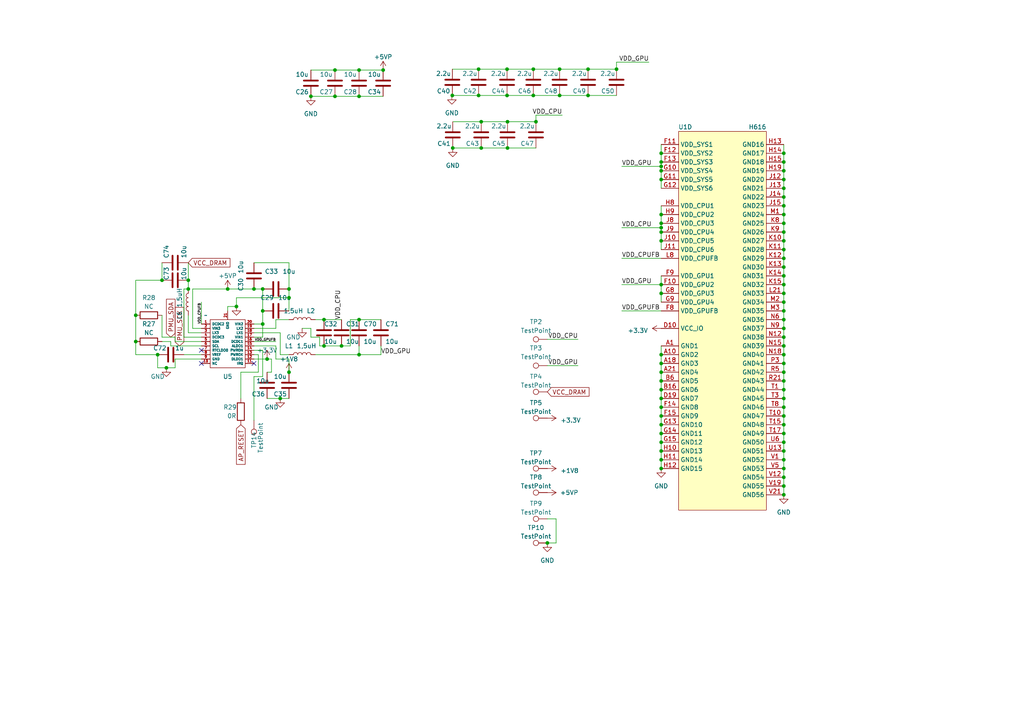
<source format=kicad_sch>
(kicad_sch (version 20230121) (generator eeschema)
  (paper "A4")
  (lib_symbols
    (symbol "AXP:AXP303a"
      (property "Reference" "U" (at 0 0 0))
      (symbol "AXP303a_1_1"
        (pin unspecified line (at -1.27 -2.54 0) (length 2.54) (name "DCDC2") (number "1"))
        (pin unspecified line (at -1.27 -13.97 0) (length 2.54) (name "NC") (number "10"))
        (pin unspecified line (at 13.97 -13.97 180) (length 2.54) (name "IRQ") (number "11"))
        (pin unspecified line (at 13.97 -12.7 180) (length 2.54) (name "DLDO1") (number "12"))
        (pin unspecified line (at 13.97 -11.43 180) (length 2.54) (name "PWROK") (number "13"))
        (pin unspecified line (at 13.97 -10.16 180) (length 2.54) (name "PWRON") (number "14"))
        (pin unspecified line (at 13.97 -8.89 180) (length 2.54) (name "ALDO1") (number "15"))
        (pin unspecified line (at 13.97 -7.62 180) (length 2.54) (name "DCDC1") (number "16"))
        (pin unspecified line (at 13.97 -6.35 180) (length 2.54) (name "VIN1") (number "17"))
        (pin unspecified line (at 13.97 -5.08 180) (length 2.54) (name "LX1") (number "18"))
        (pin unspecified line (at 13.97 -3.81 180) (length 2.54) (name "LX2") (number "19"))
        (pin unspecified line (at -1.27 -3.81 0) (length 2.54) (name "VIN3") (number "2"))
        (pin unspecified line (at 13.97 -2.54 180) (length 2.54) (name "VIN2") (number "20"))
        (pin unspecified line (at 6.35 1.27 270) (length 2.54) (name "GND") (number "21"))
        (pin unspecified line (at -1.27 -5.08 0) (length 2.54) (name "LX3") (number "3"))
        (pin unspecified line (at -1.27 -6.35 0) (length 2.54) (name "DCDC3") (number "4"))
        (pin unspecified line (at -1.27 -7.62 0) (length 2.54) (name "SDA") (number "5"))
        (pin unspecified line (at -1.27 -8.89 0) (length 2.54) (name "SCL") (number "6"))
        (pin unspecified line (at -1.27 -10.16 0) (length 2.54) (name "RTCLDO0") (number "7"))
        (pin unspecified line (at -1.27 -11.43 0) (length 2.54) (name "VREF") (number "8"))
        (pin unspecified line (at -1.27 -12.7 0) (length 2.54) (name "GND") (number "9"))
      )
    )
    (symbol "Connector:TestPoint" (pin_numbers hide) (pin_names (offset 0.762) hide)
      (property "Reference" "TP" (at 0 6.858 0))
      (property "Value" "TestPoint" (at 0 5.08 0))
      (symbol "TestPoint_1_1"
        (pin passive line (at 0 0 90) (length 2.54) (name "1") (number "1"))
      )
    )
    (symbol "Device:C" (pin_numbers hide) (pin_names (offset 0.254))
      (property "Reference" "C" (at 0.635 2.54 0))
      (property "Value" "C" (at 0.635 -2.54 0))
      (symbol "C_1_1"
        (pin passive line (at 0 3.81 270) (length 2.794) (name "~") (number "1"))
        (pin passive line (at 0 -3.81 90) (length 2.794) (name "~") (number "2"))
      )
    )
    (symbol "Device:L" (pin_numbers hide) (pin_names (offset 1.016) hide)
      (property "Reference" "L" (at -1.27 0 90))
      (property "Value" "L" (at 1.905 0 90))
      (symbol "L_1_1"
        (pin passive line (at 0 3.81 270) (length 1.27) (name "1") (number "1"))
        (pin passive line (at 0 -3.81 90) (length 1.27) (name "2") (number "2"))
      )
    )
    (symbol "Device:R" (pin_numbers hide) (pin_names (offset 0))
      (property "Reference" "R" (at 2.032 0 90))
      (property "Value" "R" (at 0 0 90))
      (symbol "R_1_1"
        (pin passive line (at 0 3.81 270) (length 1.27) (name "~") (number "1"))
        (pin passive line (at 0 -3.81 90) (length 1.27) (name "~") (number "2"))
      )
    )
    (symbol "H616_lib:H616"
      (property "Reference" "U" (at 0 0 0))
      (symbol "H616_1_1"
        (pin input line (at 20.32 -92.71 180) (length 5.08) (name "VCC_DRAM2") (number "L10"))
        (pin input line (at 20.32 -95.25 180) (length 5.08) (name "VCC_DRAM3") (number "L11"))
        (pin input line (at 20.32 -97.79 180) (length 5.08) (name "VCC_DRAM4") (number "L12"))
        (pin input line (at 20.32 -100.33 180) (length 5.08) (name "VCC_DRAM5") (number "L13"))
        (pin input line (at 20.32 -102.87 180) (length 5.08) (name "VDD18_DRAM") (number "L14"))
        (pin input line (at 20.32 -87.63 180) (length 5.08) (name "SZQ") (number "L15"))
        (pin input line (at 20.32 -90.17 180) (length 5.08) (name "VCC_DRAM1") (number "L9"))
        (pin input line (at -12.7 -113.03 0) (length 5.08) (name "SDQM3") (number "N10"))
        (pin input line (at -12.7 -44.45 0) (length 5.08) (name "SA15") (number "N13"))
        (pin input line (at -12.7 -29.21 0) (length 5.08) (name "SA9") (number "N16"))
        (pin input line (at -12.7 -24.13 0) (length 5.08) (name "SA7") (number "N19"))
        (pin input line (at 20.32 -11.43 180) (length 5.08) (name "SDQ2") (number "N2"))
        (pin input line (at -12.7 -69.85 0) (length 5.08) (name "SODT1") (number "N20"))
        (pin input line (at -12.7 -49.53 0) (length 5.08) (name "SBA0") (number "N21"))
        (pin input line (at 20.32 -6.35 180) (length 5.08) (name "SDQ0") (number "N3"))
        (pin input line (at 20.32 -39.37 180) (length 5.08) (name "SDQ13") (number "N4"))
        (pin input line (at 20.32 -44.45 180) (length 5.08) (name "SDQ15") (number "N5"))
        (pin input line (at 20.32 -72.39 180) (length 5.08) (name "SDQ26") (number "N7"))
        (pin input line (at 20.32 -19.05 180) (length 5.08) (name "SDQ5") (number "P1"))
        (pin input line (at 20.32 -77.47 180) (length 5.08) (name "SDQ28") (number "P10"))
        (pin input line (at 20.32 -82.55 180) (length 5.08) (name "SDQ30") (number "P12"))
        (pin input line (at -12.7 -80.01 0) (length 5.08) (name "SCKE1") (number "P13"))
        (pin input line (at -12.7 -19.05 0) (length 5.08) (name "SA5") (number "P15"))
        (pin input line (at -12.7 -39.37 0) (length 5.08) (name "SA13") (number "P16"))
        (pin input line (at -12.7 -59.69 0) (length 5.08) (name "SACT") (number "P18"))
        (pin input line (at 20.32 -24.13 180) (length 5.08) (name "SDQ7") (number "P2"))
        (pin input line (at -12.7 -54.61 0) (length 5.08) (name "SBG0") (number "P20"))
        (pin input line (at -12.7 -57.15 0) (length 5.08) (name "SBG1") (number "P21"))
        (pin input line (at 20.32 -31.75 180) (length 5.08) (name "SDQ10") (number "P4"))
        (pin input line (at 20.32 -26.67 180) (length 5.08) (name "SDQ8") (number "P5"))
        (pin input line (at 20.32 -41.91 180) (length 5.08) (name "SDQ14") (number "P6"))
        (pin input line (at 20.32 -69.85 180) (length 5.08) (name "SDQ25") (number "P7"))
        (pin input line (at 20.32 -74.93 180) (length 5.08) (name "SDQ27") (number "P9"))
        (pin input line (at -12.7 -87.63 0) (length 5.08) (name "SDQS0N") (number "R1"))
        (pin input line (at 20.32 -85.09 180) (length 5.08) (name "SDQ31") (number "R12"))
        (pin input line (at -12.7 -52.07 0) (length 5.08) (name "SBA1") (number "R15"))
        (pin input line (at -12.7 -16.51 0) (length 5.08) (name "SA4") (number "R18"))
        (pin input line (at -12.7 -31.75 0) (length 5.08) (name "SA10") (number "R19"))
        (pin input line (at -12.7 -85.09 0) (length 5.08) (name "SDQS0P") (number "R2"))
        (pin input line (at -12.7 -64.77 0) (length 5.08) (name "SCS1") (number "R20"))
        (pin input line (at -12.7 -107.95 0) (length 5.08) (name "SDQM1") (number "R3"))
        (pin input line (at 20.32 -34.29 180) (length 5.08) (name "SDQ11") (number "R4"))
        (pin input line (at 20.32 -36.83 180) (length 5.08) (name "SDQ12") (number "R6"))
        (pin input line (at 20.32 -67.31 180) (length 5.08) (name "SDQ24") (number "R9"))
        (pin input line (at 20.32 -46.99 180) (length 5.08) (name "SDQ16") (number "T11"))
        (pin input line (at 20.32 -52.07 180) (length 5.08) (name "SDQ18") (number "T12"))
        (pin input line (at -12.7 -72.39 0) (length 5.08) (name "SCKP") (number "T14"))
        (pin input line (at -12.7 -13.97 0) (length 5.08) (name "SA3") (number "T16"))
        (pin input line (at -12.7 -11.43 0) (length 5.08) (name "SA2") (number "T18"))
        (pin input line (at 20.32 -21.59 180) (length 5.08) (name "SDQ6") (number "T2"))
        (pin input line (at -12.7 -67.31 0) (length 5.08) (name "SODT0") (number "T20"))
        (pin input line (at -12.7 -6.35 0) (length 5.08) (name "SA0") (number "T21"))
        (pin input line (at 20.32 -13.97 180) (length 5.08) (name "SDQ3") (number "T4"))
        (pin input line (at 20.32 -64.77 180) (length 5.08) (name "SDQ23") (number "T5"))
        (pin input line (at 20.32 -57.15 180) (length 5.08) (name "SDQ20") (number "T6"))
        (pin input line (at 20.32 -62.23 180) (length 5.08) (name "SDQ22") (number "T7"))
        (pin input line (at -12.7 -110.49 0) (length 5.08) (name "SDQM2") (number "T9"))
        (pin input line (at -12.7 -105.41 0) (length 5.08) (name "SDQM0") (number "U1"))
        (pin input line (at -12.7 -102.87 0) (length 5.08) (name "SDQS3N") (number "U10"))
        (pin input line (at 20.32 -80.01 180) (length 5.08) (name "SDQ29") (number "U11"))
        (pin input line (at 20.32 -49.53 180) (length 5.08) (name "SDQ17") (number "U12"))
        (pin input line (at -12.7 -74.93 0) (length 5.08) (name "SCKN") (number "U14"))
        (pin input line (at -12.7 -34.29 0) (length 5.08) (name "SA11") (number "U15"))
        (pin input line (at -12.7 -36.83 0) (length 5.08) (name "SA12") (number "U16"))
        (pin input line (at -12.7 -8.89 0) (length 5.08) (name "SA1") (number "U17"))
        (pin input line (at -12.7 -46.99 0) (length 5.08) (name "SA16") (number "U18"))
        (pin input line (at -12.7 -26.67 0) (length 5.08) (name "SA8") (number "U19"))
        (pin input line (at -12.7 -90.17 0) (length 5.08) (name "SDQS1P") (number "U2"))
        (pin input line (at -12.7 -21.59 0) (length 5.08) (name "SA6") (number "U20"))
        (pin input line (at -12.7 -82.55 0) (length 5.08) (name "SRST") (number "U21"))
        (pin input line (at 20.32 -16.51 180) (length 5.08) (name "SDQ4") (number "U3"))
        (pin input line (at 20.32 -8.89 180) (length 5.08) (name "SDQ1") (number "U4"))
        (pin input line (at 20.32 -59.69 180) (length 5.08) (name "SDQ21") (number "U5"))
        (pin input line (at -12.7 -97.79 0) (length 5.08) (name "SDQS2N") (number "U8"))
        (pin input line (at 20.32 -54.61 180) (length 5.08) (name "SDQ19") (number "U9"))
        (pin input line (at -12.7 -100.33 0) (length 5.08) (name "SDQS3P") (number "V10"))
        (pin input line (at -12.7 -77.47 0) (length 5.08) (name "SCKE0") (number "V15"))
        (pin input line (at -12.7 -62.23 0) (length 5.08) (name "SCS0") (number "V17"))
        (pin input line (at -12.7 -92.71 0) (length 5.08) (name "SDQS1N") (number "V2"))
        (pin input line (at -12.7 -41.91 0) (length 5.08) (name "SA14") (number "V20"))
        (pin input line (at 20.32 -29.21 180) (length 5.08) (name "SDQ9") (number "V3"))
        (pin input line (at -12.7 -95.25 0) (length 5.08) (name "SDQS2P") (number "V8"))
      )
      (symbol "H616_2_1"
        (pin input line (at 15.24 -63.5 180) (length 5.08) (name "PH9") (number "A12"))
        (pin input line (at 15.24 -50.8 180) (length 5.08) (name "PH4") (number "A14"))
        (pin input line (at -12.7 -152.4 0) (length 5.08) (name "PG18") (number "A2"))
        (pin input line (at -12.7 -121.92 0) (length 5.08) (name "PG6") (number "A4"))
        (pin input line (at -12.7 -106.68 0) (length 5.08) (name "PG0") (number "A6"))
        (pin input line (at -12.7 -144.78 0) (length 5.08) (name "PG15") (number "A8"))
        (pin input line (at -12.7 -40.64 0) (length 5.08) (name "PC0") (number "B1"))
        (pin input line (at -12.7 -134.62 0) (length 5.08) (name "PG11") (number "B10"))
        (pin input line (at 15.24 -58.42 180) (length 5.08) (name "PH7") (number "B12"))
        (pin input line (at 15.24 -66.04 180) (length 5.08) (name "PH10") (number "B13"))
        (pin input line (at 15.24 -53.34 180) (length 5.08) (name "PH5") (number "B14"))
        (pin input line (at 15.24 -45.72 180) (length 5.08) (name "PH2") (number "B15"))
        (pin input line (at 15.24 -121.92 180) (length 5.08) (name "PL1") (number "B18"))
        (pin input line (at -12.7 -154.94 0) (length 5.08) (name "PG19") (number "B2"))
        (pin input line (at -12.7 -129.54 0) (length 5.08) (name "PG9") (number "B3"))
        (pin input line (at -12.7 -124.46 0) (length 5.08) (name "PG7") (number "B4"))
        (pin input line (at -12.7 -114.3 0) (length 5.08) (name "PG3") (number "B5"))
        (pin input line (at -12.7 -119.38 0) (length 5.08) (name "PG5") (number "B7"))
        (pin input line (at -12.7 -147.32 0) (length 5.08) (name "PG16") (number "B8"))
        (pin input line (at -12.7 -142.24 0) (length 5.08) (name "PG14") (number "B9"))
        (pin input line (at -12.7 -45.72 0) (length 5.08) (name "PC2") (number "C1"))
        (pin input line (at -12.7 -139.7 0) (length 5.08) (name "PG13") (number "C10"))
        (pin input line (at 15.24 -60.96 180) (length 5.08) (name "PH8") (number "C13"))
        (pin input line (at 15.24 -55.88 180) (length 5.08) (name "PH6") (number "C14"))
        (pin input line (at 15.24 -48.26 180) (length 5.08) (name "PH3") (number "C15"))
        (pin input line (at 15.24 -119.38 180) (length 5.08) (name "PL0") (number "C18"))
        (pin input line (at -12.7 -43.18 0) (length 5.08) (name "PC1") (number "C2"))
        (pin input line (at -12.7 -149.86 0) (length 5.08) (name "PG17") (number "C3"))
        (pin input line (at -12.7 -127 0) (length 5.08) (name "PG8") (number "C4"))
        (pin input line (at -12.7 -116.84 0) (length 5.08) (name "PG4") (number "C5"))
        (pin input line (at -12.7 -111.76 0) (length 5.08) (name "PG2") (number "C6"))
        (pin input line (at -12.7 -109.22 0) (length 5.08) (name "PG1") (number "C7"))
        (pin input line (at -12.7 -132.08 0) (length 5.08) (name "PG10") (number "C8"))
        (pin input line (at -12.7 -137.16 0) (length 5.08) (name "PG12") (number "C9"))
        (pin input line (at -12.7 -48.26 0) (length 5.08) (name "PC3") (number "D1"))
        (pin input line (at 15.24 -43.18 180) (length 5.08) (name "PH1") (number "D15"))
        (pin input line (at 15.24 -40.64 180) (length 5.08) (name "PH0") (number "D16"))
        (pin input line (at -12.7 -50.8 0) (length 5.08) (name "PC4") (number "D2"))
        (pin input line (at -12.7 -53.34 0) (length 5.08) (name "PC5") (number "D3"))
        (pin input line (at 15.24 -73.66 180) (length 5.08) (name "PI1") (number "D4"))
        (pin input line (at 15.24 -93.98 180) (length 5.08) (name "PI9") (number "D5"))
        (pin input line (at -12.7 -157.48 0) (length 5.08) (name "VCC_PG") (number "D7"))
        (pin input line (at -12.7 -55.88 0) (length 5.08) (name "PC6") (number "E2"))
        (pin input line (at -12.7 -60.96 0) (length 5.08) (name "PC8") (number "E3"))
        (pin input line (at 15.24 -78.74 180) (length 5.08) (name "PI3") (number "E4"))
        (pin input line (at 15.24 -104.14 180) (length 5.08) (name "PI13") (number "E5"))
        (pin input line (at 15.24 -91.44 180) (length 5.08) (name "PI8") (number "E6"))
        (pin input line (at -12.7 -63.5 0) (length 5.08) (name "PC9") (number "F1"))
        (pin input line (at -12.7 -66.04 0) (length 5.08) (name "PC10") (number "F2"))
        (pin input line (at -12.7 -68.58 0) (length 5.08) (name "PC11") (number "F3"))
        (pin input line (at -12.7 -58.42 0) (length 5.08) (name "PC7") (number "F4"))
        (pin input line (at -12.7 -81.28 0) (length 5.08) (name "PC16") (number "F5"))
        (pin input line (at -12.7 -71.12 0) (length 5.08) (name "PC12") (number "G2"))
        (pin input line (at -12.7 -73.66 0) (length 5.08) (name "PC13") (number "G3"))
        (pin input line (at 15.24 -88.9 180) (length 5.08) (name "PI7") (number "G4"))
        (pin input line (at 15.24 -81.28 180) (length 5.08) (name "PI4") (number "G5"))
        (pin input line (at 15.24 -76.2 180) (length 5.08) (name "PI2") (number "G6"))
        (pin input line (at -12.7 -76.2 0) (length 5.08) (name "PC14") (number "H1"))
        (pin input line (at -12.7 -78.74 0) (length 5.08) (name "PC15") (number "H2"))
        (pin input line (at 15.24 -83.82 180) (length 5.08) (name "PI5") (number "H4"))
        (pin input line (at 15.24 -86.36 180) (length 5.08) (name "PI6") (number "H5"))
        (pin input line (at 15.24 -71.12 180) (length 5.08) (name "PI0") (number "H6"))
        (pin input line (at -12.7 -86.36 0) (length 5.08) (name "PF0") (number "J2"))
        (pin input line (at -12.7 -88.9 0) (length 5.08) (name "PF1") (number "J3"))
        (pin input line (at 15.24 -114.3 180) (length 5.08) (name "VCC_PI") (number "J6"))
        (pin input line (at -12.7 -91.44 0) (length 5.08) (name "PF2") (number "K1"))
        (pin input line (at -12.7 -101.6 0) (length 5.08) (name "PF6") (number "K2"))
        (pin input line (at -12.7 -93.98 0) (length 5.08) (name "PF3") (number "K3"))
        (pin input line (at 15.24 -99.06 180) (length 5.08) (name "PI11") (number "K4"))
        (pin input line (at 15.24 -101.6 180) (length 5.08) (name "PI12") (number "K5"))
        (pin input line (at 15.24 -111.76 180) (length 5.08) (name "PI16") (number "K6"))
        (pin input line (at -12.7 -96.52 0) (length 5.08) (name "PF4") (number "L2"))
        (pin input line (at -12.7 -99.06 0) (length 5.08) (name "PF5") (number "L3"))
        (pin input line (at 15.24 -109.22 180) (length 5.08) (name "PI15") (number "L4"))
        (pin input line (at 15.24 -96.52 180) (length 5.08) (name "PI10") (number "L5"))
        (pin input line (at 15.24 -106.68 180) (length 5.08) (name "PI14") (number "L6"))
      )
      (symbol "H616_3_1"
        (pin input line (at 19.05 -86.36 180) (length 5.08) (name "RESET") (number "A16"))
        (pin input line (at 19.05 -45.72 180) (length 5.08) (name "EPHY_TXP") (number "A19"))
        (pin input line (at 19.05 -48.26 180) (length 5.08) (name "EPYH_TXN") (number "A20"))
        (pin input line (at 19.05 -101.6 180) (length 5.08) (name "DXIN") (number "B11"))
        (pin input line (at 19.05 -88.9 180) (length 5.08) (name "FEL") (number "B17"))
        (pin input line (at 19.05 -43.18 180) (length 5.08) (name "EPHY_RTX") (number "B19"))
        (pin input line (at 19.05 -50.8 180) (length 5.08) (name "EPHY_RXP") (number "B20"))
        (pin input line (at 19.05 -53.34 180) (length 5.08) (name "EPHY_RXN") (number "B21"))
        (pin input line (at 19.05 -106.68 180) (length 5.08) (name "REFCLK_OUT") (number "C11"))
        (pin input line (at 19.05 -104.14 180) (length 5.08) (name "DXOUT") (number "C12"))
        (pin input line (at 19.05 -91.44 180) (length 5.08) (name "JTAG_SEL") (number "C16"))
        (pin input line (at -13.97 -106.68 0) (length 5.08) (name "AC_VRA1") (number "C17"))
        (pin input line (at -13.97 -53.34 0) (length 5.08) (name "HTX2P") (number "C19"))
        (pin input line (at -13.97 -55.88 0) (length 5.08) (name "HTX2N") (number "C20"))
        (pin input line (at 19.05 -111.76 180) (length 5.08) (name "VCC_DCXO") (number "D11"))
        (pin input line (at 19.05 -99.06 180) (length 5.08) (name "VCC_PLL") (number "D12"))
        (pin input line (at 19.05 -109.22 180) (length 5.08) (name "DXLDO_OUT") (number "D13"))
        (pin input line (at 19.05 -96.52 180) (length 5.08) (name "PLLTEST") (number "D14"))
        (pin input line (at -13.97 -104.14 0) (length 5.08) (name "AC_AVCC") (number "D18"))
        (pin input line (at -13.97 -48.26 0) (length 5.08) (name "HTX1P") (number "D20"))
        (pin input line (at -13.97 -50.8 0) (length 5.08) (name "HTX1N") (number "D21"))
        (pin input line (at 19.05 -55.88 180) (length 5.08) (name "VCC_EPHY") (number "E18"))
        (pin input line (at -13.97 -43.18 0) (length 5.08) (name "HTX0P") (number "E19"))
        (pin input line (at -13.97 -45.72 0) (length 5.08) (name "HTX0N") (number "E20"))
        (pin input line (at -13.97 -73.66 0) (length 5.08) (name "VCC_HDMI") (number "F18"))
        (pin input line (at -13.97 -63.5 0) (length 5.08) (name "HSCL") (number "F19"))
        (pin input line (at -13.97 -58.42 0) (length 5.08) (name "HTXCP") (number "F20"))
        (pin input line (at -13.97 -60.96 0) (length 5.08) (name "HTXCN") (number "F21"))
        (pin input line (at -13.97 -68.58 0) (length 5.08) (name "HCEC") (number "G17"))
        (pin input line (at -13.97 -71.12 0) (length 5.08) (name "HHPD") (number "G18"))
        (pin input line (at -13.97 -88.9 0) (length 5.08) (name "LINEOUTL") (number "G19"))
        (pin input line (at -13.97 -91.44 0) (length 5.08) (name "LINEOUTR") (number "G20"))
        (pin input line (at -13.97 -66.04 0) (length 5.08) (name "HSDA") (number "G21"))
        (pin input line (at -13.97 -86.36 0) (length 5.08) (name "AVCC") (number "H17"))
        (pin input line (at -13.97 -93.98 0) (length 5.08) (name "AGND") (number "H18"))
        (pin input line (at -13.97 -99.06 0) (length 5.08) (name "VCC_TV") (number "H20"))
        (pin input line (at -13.97 -81.28 0) (length 5.08) (name "VRA2") (number "J17"))
        (pin input line (at -13.97 -78.74 0) (length 5.08) (name "VRA1") (number "J18"))
        (pin input line (at 19.05 -60.96 180) (length 5.08) (name "USB0_DM") (number "J19"))
        (pin input line (at 19.05 -63.5 180) (length 5.08) (name "USB0_DP") (number "J20"))
        (pin input line (at -13.97 -96.52 0) (length 5.08) (name "TV_OUT") (number "J21"))
        (pin input line (at -13.97 -83.82 0) (length 5.08) (name "REXT") (number "K18"))
        (pin input line (at 19.05 -71.12 180) (length 5.08) (name "USB2_DM") (number "K19"))
        (pin input line (at 19.05 -73.66 180) (length 5.08) (name "USB2_DP") (number "K20"))
        (pin input line (at 19.05 -93.98 180) (length 5.08) (name "LRADC") (number "L18"))
        (pin input line (at 19.05 -76.2 180) (length 5.08) (name "USB3_DM") (number "L19"))
        (pin input line (at 19.05 -78.74 180) (length 5.08) (name "USB3_DP") (number "L20"))
        (pin input line (at 19.05 -81.28 180) (length 5.08) (name "VCC_USB") (number "M18"))
        (pin input line (at 19.05 -66.04 180) (length 5.08) (name "USB1_DM") (number "M19"))
        (pin input line (at 19.05 -68.58 180) (length 5.08) (name "USB1_DP") (number "M20"))
      )
      (symbol "H616_4_1"
        (pin input line (at -11.43 -64.77 0) (length 5.08) (name "GND1") (number "A1"))
        (pin input line (at -11.43 -67.31 0) (length 5.08) (name "GND2") (number "A10"))
        (pin input line (at -11.43 -69.85 0) (length 5.08) (name "GND3") (number "A18"))
        (pin input line (at -11.43 -72.39 0) (length 5.08) (name "GND4") (number "A21"))
        (pin input line (at -11.43 -77.47 0) (length 5.08) (name "GND6") (number "B16"))
        (pin input line (at -11.43 -74.93 0) (length 5.08) (name "GND5") (number "B6"))
        (pin input line (at -11.43 -59.69 0) (length 5.08) (name "VCC_IO") (number "D10"))
        (pin input line (at -11.43 -80.01 0) (length 5.08) (name "GND7") (number "D19"))
        (pin input line (at -11.43 -46.99 0) (length 5.08) (name "VDD_GPU2") (number "F10"))
        (pin input line (at -11.43 -6.35 0) (length 5.08) (name "VDD_SYS1") (number "F11"))
        (pin input line (at -11.43 -8.89 0) (length 5.08) (name "VDD_SYS2") (number "F12"))
        (pin input line (at -11.43 -11.43 0) (length 5.08) (name "VDD_SYS3") (number "F13"))
        (pin input line (at -11.43 -82.55 0) (length 5.08) (name "GND8") (number "F14"))
        (pin input line (at -11.43 -85.09 0) (length 5.08) (name "GND9") (number "F15"))
        (pin input line (at -11.43 -54.61 0) (length 5.08) (name "VDD_GPUFB") (number "F8"))
        (pin input line (at -11.43 -44.45 0) (length 5.08) (name "VDD_GPU1") (number "F9"))
        (pin input line (at -11.43 -13.97 0) (length 5.08) (name "VDD_SYS4") (number "G10"))
        (pin input line (at -11.43 -16.51 0) (length 5.08) (name "VDD_SYS5") (number "G11"))
        (pin input line (at -11.43 -19.05 0) (length 5.08) (name "VDD_SYS6") (number "G12"))
        (pin input line (at -11.43 -87.63 0) (length 5.08) (name "GND10") (number "G13"))
        (pin input line (at -11.43 -90.17 0) (length 5.08) (name "GND11") (number "G14"))
        (pin input line (at -11.43 -92.71 0) (length 5.08) (name "GND12") (number "G15"))
        (pin input line (at -11.43 -49.53 0) (length 5.08) (name "VDD_GPU3") (number "G8"))
        (pin input line (at -11.43 -52.07 0) (length 5.08) (name "VDD_GPU4") (number "G9"))
        (pin input line (at -11.43 -95.25 0) (length 5.08) (name "GND13") (number "H10"))
        (pin input line (at -11.43 -97.79 0) (length 5.08) (name "GND14") (number "H11"))
        (pin input line (at -11.43 -100.33 0) (length 5.08) (name "GND15") (number "H12"))
        (pin input line (at 24.13 -6.35 180) (length 5.08) (name "GND16") (number "H13"))
        (pin input line (at 24.13 -8.89 180) (length 5.08) (name "GND17") (number "H14"))
        (pin input line (at 24.13 -11.43 180) (length 5.08) (name "GND18") (number "H15"))
        (pin input line (at 24.13 -13.97 180) (length 5.08) (name "GND19") (number "H19"))
        (pin input line (at -11.43 -24.13 0) (length 5.08) (name "VDD_CPU1") (number "H8"))
        (pin input line (at -11.43 -26.67 0) (length 5.08) (name "VDD_CPU2") (number "H9"))
        (pin input line (at -11.43 -34.29 0) (length 5.08) (name "VDD_CPU5") (number "J10"))
        (pin input line (at -11.43 -36.83 0) (length 5.08) (name "VDD_CPU6") (number "J11"))
        (pin input line (at 24.13 -16.51 180) (length 5.08) (name "GND20") (number "J12"))
        (pin input line (at 24.13 -19.05 180) (length 5.08) (name "GND21") (number "J13"))
        (pin input line (at 24.13 -21.59 180) (length 5.08) (name "GND22") (number "J14"))
        (pin input line (at 24.13 -24.13 180) (length 5.08) (name "GND23") (number "J15"))
        (pin input line (at -11.43 -29.21 0) (length 5.08) (name "VDD_CPU3") (number "J8"))
        (pin input line (at -11.43 -31.75 0) (length 5.08) (name "VDD_CPU4") (number "J9"))
        (pin input line (at 24.13 -34.29 180) (length 5.08) (name "GND27") (number "K10"))
        (pin input line (at 24.13 -36.83 180) (length 5.08) (name "GND28") (number "K11"))
        (pin input line (at 24.13 -39.37 180) (length 5.08) (name "GND29") (number "K12"))
        (pin input line (at 24.13 -41.91 180) (length 5.08) (name "GND30") (number "K13"))
        (pin input line (at 24.13 -44.45 180) (length 5.08) (name "GND31") (number "K14"))
        (pin input line (at 24.13 -46.99 180) (length 5.08) (name "GND32") (number "K15"))
        (pin input line (at 24.13 -29.21 180) (length 5.08) (name "GND25") (number "K8"))
        (pin input line (at 24.13 -31.75 180) (length 5.08) (name "GND26") (number "K9"))
        (pin input line (at 24.13 -49.53 180) (length 5.08) (name "GND33") (number "L21"))
        (pin input line (at -11.43 -39.37 0) (length 5.08) (name "VDD_CPUFB") (number "L8"))
        (pin input line (at 24.13 -26.67 180) (length 5.08) (name "GND24") (number "M1"))
        (pin input line (at 24.13 -52.07 180) (length 5.08) (name "GND34") (number "M2"))
        (pin input line (at 24.13 -54.61 180) (length 5.08) (name "GND35") (number "M3"))
        (pin input line (at 24.13 -62.23 180) (length 5.08) (name "GND38") (number "N12"))
        (pin input line (at 24.13 -64.77 180) (length 5.08) (name "GND39") (number "N15"))
        (pin input line (at 24.13 -67.31 180) (length 5.08) (name "GND40") (number "N18"))
        (pin input line (at 24.13 -57.15 180) (length 5.08) (name "GND36") (number "N6"))
        (pin input line (at 24.13 -59.69 180) (length 5.08) (name "GND37") (number "N9"))
        (pin input line (at 24.13 -69.85 180) (length 5.08) (name "GND41") (number "P3"))
        (pin input line (at 24.13 -74.93 180) (length 5.08) (name "GND43") (number "R21"))
        (pin input line (at 24.13 -72.39 180) (length 5.08) (name "GND42") (number "R5"))
        (pin input line (at 24.13 -77.47 180) (length 5.08) (name "GND44") (number "T1"))
        (pin input line (at 24.13 -85.09 180) (length 5.08) (name "GND47") (number "T10"))
        (pin input line (at 24.13 -87.63 180) (length 5.08) (name "GND48") (number "T15"))
        (pin input line (at 24.13 -90.17 180) (length 5.08) (name "GND49") (number "T17"))
        (pin input line (at 24.13 -80.01 180) (length 5.08) (name "GND45") (number "T3"))
        (pin input line (at 24.13 -82.55 180) (length 5.08) (name "GND46") (number "T8"))
        (pin input line (at 24.13 -95.25 180) (length 5.08) (name "GND51") (number "U13"))
        (pin input line (at 24.13 -92.71 180) (length 5.08) (name "GND50") (number "U6"))
        (pin input line (at 24.13 -97.79 180) (length 5.08) (name "GND52") (number "V1"))
        (pin input line (at 24.13 -102.87 180) (length 5.08) (name "GND54") (number "V12"))
        (pin input line (at 24.13 -105.41 180) (length 5.08) (name "GND55") (number "V19"))
        (pin input line (at 24.13 -107.95 180) (length 5.08) (name "GND56") (number "V21"))
        (pin input line (at 24.13 -100.33 180) (length 5.08) (name "GND53") (number "V5"))
      )
    )
    (symbol "power:+1V8" (power) (pin_names (offset 0))
      (property "Value" "+1V8" (at 0 3.556 0))
      (symbol "+1V8_1_1"
        (pin power_in line (at 0 0 90) (length 0) hide (name "+1V8") (number "1"))
      )
    )
    (symbol "power:+3.3V" (power) (pin_names (offset 0))
      (property "Value" "+3.3V" (at 0 3.556 0))
      (symbol "+3.3V_1_1"
        (pin power_in line (at 0 0 90) (length 0) hide (name "+3.3V") (number "1"))
      )
    )
    (symbol "power:+5VP" (power) (pin_names (offset 0))
      (property "Value" "+5VP" (at 0 3.556 0))
      (symbol "+5VP_1_1"
        (pin power_in line (at 0 0 90) (length 0) hide (name "+5VP") (number "1"))
      )
    )
    (symbol "power:GND" (power) (pin_names (offset 0))
      (property "Value" "GND" (at 0 -3.81 0))
      (symbol "GND_1_1"
        (pin power_in line (at 0 0 270) (length 0) hide (name "GND") (number "1"))
      )
    )
  )
  (junction (at 191.77 82.55))
  (junction (at 191.77 123.19))
  (junction (at 104.14 102.87))
  (junction (at 76.2 93.98))
  (junction (at 227.33 69.85))
  (junction (at 191.77 120.65))
  (junction (at 93.98 100.33))
  (junction (at 227.33 85.09))
  (junction (at 227.33 115.57))
  (junction (at 227.33 57.15))
  (junction (at 76.2 90.17))
  (junction (at 191.77 49.53))
  (junction (at 139.573 42.926))
  (junction (at 227.33 92.71))
  (junction (at 191.77 125.73))
  (junction (at 191.77 102.87))
  (junction (at 191.77 107.95))
  (junction (at 147.066 20.066))
  (junction (at 227.33 62.23))
  (junction (at 191.77 67.31))
  (junction (at 227.33 97.79))
  (junction (at 68.58 88.9))
  (junction (at 104.14 27.94))
  (junction (at 227.33 82.55))
  (junction (at 39.37 91.44))
  (junction (at 170.561 20.066))
  (junction (at 191.77 69.85))
  (junction (at 111.125 20.32))
  (junction (at 227.33 52.07))
  (junction (at 93.98 92.71))
  (junction (at 191.77 46.99))
  (junction (at 191.77 48.26))
  (junction (at 131.191 27.686))
  (junction (at 104.14 20.32))
  (junction (at 76.2 83.82))
  (junction (at 81.28 115.57))
  (junction (at 227.33 77.47))
  (junction (at 227.33 90.17))
  (junction (at 46.99 81.28))
  (junction (at 54.61 81.28))
  (junction (at 227.33 143.51))
  (junction (at 227.33 80.01))
  (junction (at 147.193 35.306))
  (junction (at 227.33 120.65))
  (junction (at 227.33 54.61))
  (junction (at 227.33 74.93))
  (junction (at 90.17 27.94))
  (junction (at 227.33 100.33))
  (junction (at 191.77 110.49))
  (junction (at 227.33 72.39))
  (junction (at 191.77 130.81))
  (junction (at 178.816 20.066))
  (junction (at 191.77 64.77))
  (junction (at 227.33 113.03))
  (junction (at 83.82 107.95))
  (junction (at 191.77 44.45))
  (junction (at 227.33 135.89))
  (junction (at 139.573 35.306))
  (junction (at 227.33 49.53))
  (junction (at 48.26 106.68))
  (junction (at 162.306 20.066))
  (junction (at 227.33 64.77))
  (junction (at 227.33 87.63))
  (junction (at 227.33 125.73))
  (junction (at 191.77 105.41))
  (junction (at 191.77 85.09))
  (junction (at 54.61 83.82))
  (junction (at 99.06 100.33))
  (junction (at 83.82 86.36))
  (junction (at 154.686 20.066))
  (junction (at 227.33 110.49))
  (junction (at 45.72 102.87))
  (junction (at 158.75 157.48))
  (junction (at 73.66 83.82))
  (junction (at 227.33 107.95))
  (junction (at 191.77 113.03))
  (junction (at 227.33 102.87))
  (junction (at 147.066 27.686))
  (junction (at 104.14 92.71))
  (junction (at 227.33 105.41))
  (junction (at 227.33 133.35))
  (junction (at 83.82 83.82))
  (junction (at 131.318 42.926))
  (junction (at 227.33 123.19))
  (junction (at 97.155 27.94))
  (junction (at 147.193 42.926))
  (junction (at 191.77 135.89))
  (junction (at 227.33 138.43))
  (junction (at 138.811 27.686))
  (junction (at 39.37 99.06))
  (junction (at 227.33 67.31))
  (junction (at 191.77 115.57))
  (junction (at 191.77 62.23))
  (junction (at 154.686 27.686))
  (junction (at 162.306 27.686))
  (junction (at 227.33 46.99))
  (junction (at 191.77 118.11))
  (junction (at 227.33 128.27))
  (junction (at 227.33 140.97))
  (junction (at 66.04 83.82))
  (junction (at 191.77 133.35))
  (junction (at 77.47 104.14))
  (junction (at 227.33 118.11))
  (junction (at 191.77 66.04))
  (junction (at 191.77 52.07))
  (junction (at 227.33 44.45))
  (junction (at 138.811 20.066))
  (junction (at 227.33 95.25))
  (junction (at 191.77 128.27))
  (junction (at 227.33 130.81))
  (junction (at 227.33 59.69))
  (junction (at 155.448 35.306))
  (junction (at 170.561 27.686))
  (junction (at 97.155 20.32))
  (no_connect (at 58.42 101.6))
  (no_connect (at 58.42 105.41))
  (no_connect (at 73.66 105.41))
  (wire (pts (xy 191.77 110.49) (xy 191.77 113.03)))
  (wire (pts (xy 191.77 133.35) (xy 191.77 135.89)))
  (wire (pts (xy 139.573 42.926) (xy 147.193 42.926)))
  (wire (pts (xy 191.77 80.01) (xy 191.77 82.55)))
  (wire (pts (xy 97.155 27.94) (xy 104.14 27.94)))
  (wire (pts (xy 73.66 93.98) (xy 76.2 93.98)))
  (wire (pts (xy 69.85 115.57) (xy 69.85 107.95)))
  (wire (pts (xy 227.33 115.57) (xy 227.33 118.11)))
  (wire (pts (xy 46.99 99.06) (xy 49.53 99.06)))
  (wire (pts (xy 227.33 105.41) (xy 227.33 107.95)))
  (wire (pts (xy 227.33 87.63) (xy 227.33 90.17)))
  (wire (pts (xy 191.77 59.69) (xy 191.77 62.23)))
  (wire (pts (xy 54.61 81.28) (xy 54.61 83.82)))
  (wire (pts (xy 83.82 83.82) (xy 83.82 86.36)))
  (wire (pts (xy 76.2 101.6) (xy 76.2 109.22)))
  (wire (pts (xy 45.72 106.68) (xy 45.72 102.87)))
  (wire (pts (xy 90.17 97.79) (xy 92.71 97.79)))
  (wire (pts (xy 58.42 104.14) (xy 50.8 104.14)))
  (wire (pts (xy 227.33 41.91) (xy 227.33 44.45)))
  (wire (pts (xy 227.33 77.47) (xy 227.33 80.01)))
  (wire (pts (xy 53.34 97.79) (xy 53.34 83.82)))
  (wire (pts (xy 110.49 100.33) (xy 110.49 102.87)))
  (wire (pts (xy 76.2 97.79) (xy 76.2 93.98)))
  (wire (pts (xy 69.85 107.95) (xy 74.93 107.95)))
  (wire (pts (xy 227.33 54.61) (xy 227.33 57.15)))
  (wire (pts (xy 191.77 130.81) (xy 191.77 133.35)))
  (wire (pts (xy 78.74 107.95) (xy 77.47 107.95)))
  (wire (pts (xy 39.37 91.44) (xy 39.37 99.06)))
  (wire (pts (xy 191.77 105.41) (xy 191.77 107.95)))
  (wire (pts (xy 227.33 80.01) (xy 227.33 82.55)))
  (wire (pts (xy 155.448 33.401) (xy 155.448 35.306)))
  (wire (pts (xy 80.01 95.25) (xy 73.66 95.25)))
  (wire (pts (xy 191.77 120.65) (xy 191.77 123.19)))
  (wire (pts (xy 147.066 27.686) (xy 154.686 27.686)))
  (wire (pts (xy 90.17 27.94) (xy 97.155 27.94)))
  (wire (pts (xy 80.01 100.33) (xy 80.01 104.14)))
  (wire (pts (xy 227.33 123.19) (xy 227.33 125.73)))
  (wire (pts (xy 227.33 97.79) (xy 227.33 100.33)))
  (wire (pts (xy 66.04 90.17) (xy 66.04 88.9)))
  (wire (pts (xy 83.82 92.71) (xy 80.01 92.71)))
  (wire (pts (xy 161.29 150.495) (xy 158.75 150.495)))
  (wire (pts (xy 227.33 133.35) (xy 227.33 135.89)))
  (wire (pts (xy 54.61 83.82) (xy 53.34 83.82)))
  (wire (pts (xy 227.33 90.17) (xy 227.33 92.71)))
  (wire (pts (xy 138.811 20.066) (xy 147.066 20.066)))
  (wire (pts (xy 154.686 27.686) (xy 162.306 27.686)))
  (wire (pts (xy 73.66 83.82) (xy 66.04 83.82)))
  (wire (pts (xy 58.42 96.52) (xy 54.61 96.52)))
  (wire (pts (xy 50.8 104.14) (xy 50.8 106.68)))
  (wire (pts (xy 83.82 76.2) (xy 83.82 83.82)))
  (wire (pts (xy 55.88 95.25) (xy 58.42 95.25)))
  (wire (pts (xy 46.99 81.28) (xy 39.37 81.28)))
  (wire (pts (xy 191.77 46.99) (xy 191.77 48.26)))
  (wire (pts (xy 46.99 91.44) (xy 46.99 97.79)))
  (wire (pts (xy 73.66 104.14) (xy 77.47 104.14)))
  (wire (pts (xy 227.33 82.55) (xy 227.33 85.09)))
  (wire (pts (xy 191.77 52.07) (xy 191.77 54.61)))
  (wire (pts (xy 227.33 102.87) (xy 227.33 105.41)))
  (wire (pts (xy 101.6 92.71) (xy 104.14 92.71)))
  (wire (pts (xy 50.8 106.68) (xy 48.26 106.68)))
  (wire (pts (xy 158.75 98.425) (xy 167.64 98.425)))
  (wire (pts (xy 77.47 104.14) (xy 78.74 104.14)))
  (wire (pts (xy 80.01 99.06) (xy 73.66 99.06)))
  (wire (pts (xy 147.193 42.926) (xy 155.448 42.926)))
  (wire (pts (xy 76.2 83.82) (xy 73.66 83.82)))
  (wire (pts (xy 227.33 113.03) (xy 227.33 115.57)))
  (wire (pts (xy 191.77 44.45) (xy 191.77 46.99)))
  (wire (pts (xy 83.82 86.36) (xy 68.58 86.36)))
  (wire (pts (xy 73.66 100.33) (xy 80.01 100.33)))
  (wire (pts (xy 191.77 123.19) (xy 191.77 125.73)))
  (wire (pts (xy 191.77 41.91) (xy 191.77 44.45)))
  (wire (pts (xy 93.98 100.33) (xy 92.71 100.33)))
  (wire (pts (xy 73.66 76.2) (xy 83.82 76.2)))
  (wire (pts (xy 180.34 74.93) (xy 191.77 74.93)))
  (wire (pts (xy 81.28 102.87) (xy 81.28 96.52)))
  (wire (pts (xy 180.34 66.04) (xy 191.77 66.04)))
  (wire (pts (xy 180.34 48.26) (xy 191.77 48.26)))
  (wire (pts (xy 54.61 76.2) (xy 54.61 81.28)))
  (wire (pts (xy 227.33 49.53) (xy 227.33 52.07)))
  (wire (pts (xy 227.33 64.77) (xy 227.33 67.31)))
  (wire (pts (xy 191.77 125.73) (xy 191.77 128.27)))
  (wire (pts (xy 74.93 107.95) (xy 74.93 102.87)))
  (wire (pts (xy 80.01 92.71) (xy 80.01 95.25)))
  (wire (pts (xy 55.88 83.82) (xy 55.88 95.25)))
  (wire (pts (xy 76.2 93.98) (xy 76.2 90.17)))
  (wire (pts (xy 162.306 27.686) (xy 170.561 27.686)))
  (wire (pts (xy 97.155 20.32) (xy 104.14 20.32)))
  (wire (pts (xy 104.14 27.94) (xy 111.125 27.94)))
  (wire (pts (xy 227.33 92.71) (xy 227.33 95.25)))
  (wire (pts (xy 178.816 18.034) (xy 188.214 18.034)))
  (wire (pts (xy 227.33 107.95) (xy 227.33 110.49)))
  (wire (pts (xy 131.191 27.686) (xy 138.811 27.686)))
  (wire (pts (xy 138.811 27.686) (xy 147.066 27.686)))
  (wire (pts (xy 227.33 118.11) (xy 227.33 120.65)))
  (wire (pts (xy 46.99 76.2) (xy 46.99 81.28)))
  (wire (pts (xy 170.561 20.066) (xy 178.816 20.066)))
  (wire (pts (xy 227.33 72.39) (xy 227.33 74.93)))
  (wire (pts (xy 191.77 107.95) (xy 191.77 110.49)))
  (wire (pts (xy 58.42 97.79) (xy 53.34 97.79)))
  (wire (pts (xy 227.33 100.33) (xy 227.33 102.87)))
  (wire (pts (xy 53.34 102.87) (xy 58.42 102.87)))
  (wire (pts (xy 80.01 104.14) (xy 83.82 104.14)))
  (wire (pts (xy 227.33 57.15) (xy 227.33 59.69)))
  (wire (pts (xy 81.28 115.57) (xy 83.82 115.57)))
  (wire (pts (xy 87.63 95.25) (xy 90.17 95.25)))
  (wire (pts (xy 48.26 106.68) (xy 45.72 106.68)))
  (wire (pts (xy 104.14 20.32) (xy 111.125 20.32)))
  (wire (pts (xy 91.44 102.87) (xy 104.14 102.87)))
  (wire (pts (xy 162.306 20.066) (xy 170.561 20.066)))
  (wire (pts (xy 191.77 66.04) (xy 191.77 67.31)))
  (wire (pts (xy 73.66 97.79) (xy 76.2 97.79)))
  (wire (pts (xy 227.33 46.99) (xy 227.33 49.53)))
  (wire (pts (xy 73.66 109.22) (xy 76.2 109.22)))
  (wire (pts (xy 191.77 118.11) (xy 191.77 120.65)))
  (wire (pts (xy 131.191 20.066) (xy 138.811 20.066)))
  (wire (pts (xy 131.064 27.686) (xy 131.191 27.686)))
  (wire (pts (xy 227.33 135.89) (xy 227.33 138.43)))
  (wire (pts (xy 227.33 138.43) (xy 227.33 140.97)))
  (wire (pts (xy 227.33 128.27) (xy 227.33 130.81)))
  (wire (pts (xy 74.93 102.87) (xy 73.66 102.87)))
  (wire (pts (xy 50.8 97.79) (xy 46.99 97.79)))
  (wire (pts (xy 50.8 99.06) (xy 50.8 97.79)))
  (wire (pts (xy 39.37 102.87) (xy 45.72 102.87)))
  (wire (pts (xy 227.33 74.93) (xy 227.33 77.47)))
  (wire (pts (xy 50.8 99.06) (xy 58.42 99.06)))
  (wire (pts (xy 180.34 90.17) (xy 191.77 90.17)))
  (wire (pts (xy 227.33 95.25) (xy 227.33 97.79)))
  (wire (pts (xy 83.82 86.36) (xy 83.82 90.17)))
  (wire (pts (xy 227.33 52.07) (xy 227.33 54.61)))
  (wire (pts (xy 191.77 115.57) (xy 191.77 118.11)))
  (wire (pts (xy 104.14 102.87) (xy 104.14 100.33)))
  (wire (pts (xy 191.77 49.53) (xy 191.77 52.07)))
  (wire (pts (xy 147.066 20.066) (xy 154.686 20.066)))
  (wire (pts (xy 68.58 86.36) (xy 68.58 88.9)))
  (wire (pts (xy 158.75 106.045) (xy 167.64 106.045)))
  (wire (pts (xy 227.33 44.45) (xy 227.33 46.99)))
  (wire (pts (xy 92.71 100.33) (xy 92.71 97.79)))
  (wire (pts (xy 191.77 62.23) (xy 191.77 64.77)))
  (wire (pts (xy 49.53 100.33) (xy 58.42 100.33)))
  (wire (pts (xy 227.33 62.23) (xy 227.33 64.77)))
  (wire (pts (xy 161.29 157.48) (xy 158.75 157.48)))
  (wire (pts (xy 191.77 67.31) (xy 191.77 69.85)))
  (wire (pts (xy 99.06 100.33) (xy 101.6 100.33)))
  (wire (pts (xy 39.37 81.28) (xy 39.37 91.44)))
  (wire (pts (xy 39.37 99.06) (xy 39.37 102.87)))
  (wire (pts (xy 54.61 96.52) (xy 54.61 91.44)))
  (wire (pts (xy 66.04 83.82) (xy 55.88 83.82)))
  (wire (pts (xy 101.6 100.33) (xy 101.6 92.71)))
  (wire (pts (xy 227.33 125.73) (xy 227.33 128.27)))
  (wire (pts (xy 131.318 42.926) (xy 139.573 42.926)))
  (wire (pts (xy 227.33 130.81) (xy 227.33 133.35)))
  (wire (pts (xy 139.573 35.306) (xy 147.193 35.306)))
  (wire (pts (xy 227.33 69.85) (xy 227.33 72.39)))
  (wire (pts (xy 227.33 120.65) (xy 227.33 123.19)))
  (wire (pts (xy 78.74 104.14) (xy 78.74 107.95)))
  (wire (pts (xy 191.77 69.85) (xy 191.77 72.39)))
  (wire (pts (xy 91.44 92.71) (xy 93.98 92.71)))
  (wire (pts (xy 227.33 67.31) (xy 227.33 69.85)))
  (wire (pts (xy 76.2 101.6) (xy 73.66 101.6)))
  (wire (pts (xy 93.98 92.71) (xy 99.06 92.71)))
  (wire (pts (xy 77.47 115.57) (xy 81.28 115.57)))
  (wire (pts (xy 83.82 104.14) (xy 83.82 107.95)))
  (wire (pts (xy 227.33 140.97) (xy 227.33 143.51)))
  (wire (pts (xy 93.98 100.33) (xy 99.06 100.33)))
  (wire (pts (xy 81.28 96.52) (xy 73.66 96.52)))
  (wire (pts (xy 191.77 102.87) (xy 191.77 105.41)))
  (wire (pts (xy 73.66 109.22) (xy 73.66 121.92)))
  (wire (pts (xy 104.14 92.71) (xy 110.49 92.71)))
  (wire (pts (xy 191.77 128.27) (xy 191.77 130.81)))
  (wire (pts (xy 110.49 102.87) (xy 104.14 102.87)))
  (wire (pts (xy 170.561 27.686) (xy 178.816 27.686)))
  (wire (pts (xy 81.28 102.87) (xy 83.82 102.87)))
  (wire (pts (xy 163.068 33.401) (xy 155.448 33.401)))
  (wire (pts (xy 191.77 82.55) (xy 191.77 85.09)))
  (wire (pts (xy 90.17 20.32) (xy 97.155 20.32)))
  (wire (pts (xy 178.816 20.066) (xy 178.816 18.034)))
  (wire (pts (xy 76.2 90.17) (xy 76.2 83.82)))
  (wire (pts (xy 191.77 113.03) (xy 191.77 115.57)))
  (wire (pts (xy 131.318 35.306) (xy 139.573 35.306)))
  (wire (pts (xy 191.77 85.09) (xy 191.77 87.63)))
  (wire (pts (xy 161.29 150.495) (xy 161.29 157.48)))
  (wire (pts (xy 66.04 88.9) (xy 68.58 88.9)))
  (wire (pts (xy 49.53 99.06) (xy 49.53 100.33)))
  (wire (pts (xy 191.77 100.33) (xy 191.77 102.87)))
  (wire (pts (xy 227.33 110.49) (xy 227.33 113.03)))
  (wire (pts (xy 227.33 85.09) (xy 227.33 87.63)))
  (wire (pts (xy 90.17 95.25) (xy 90.17 97.79)))
  (wire (pts (xy 154.686 20.066) (xy 162.306 20.066)))
  (wire (pts (xy 227.33 59.69) (xy 227.33 62.23)))
  (wire (pts (xy 191.77 48.26) (xy 191.77 49.53)))
  (wire (pts (xy 147.193 35.306) (xy 155.448 35.306)))
  (wire (pts (xy 58.42 93.98) (xy 58.42 87.63)))
  (wire (pts (xy 191.77 64.77) (xy 191.77 66.04)))
  (wire (pts (xy 180.34 82.55) (xy 191.77 82.55)))
  (label "VDD_CPU" (at 163.068 33.401 180))
  (label "VDD_GPU" (at 110.49 102.87 0))
  (label "VDD_GPU" (at 167.64 106.045 180))
  (label "VDD_GPUFB" (at 180.34 90.17 0))
  (label "VDD_GPUFB" (at 80.01 99.06 180) (effects (font (size 0.7 0.7))))
  (label "VDD_CPUFB" (at 58.42 93.98 90) (effects (font (size 0.7 0.7))))
  (label "VDD_GPU" (at 180.34 48.26 0))
  (label "VDD_CPU" (at 167.64 98.425 180))
  (label "VDD_CPU" (at 99.06 92.71 90))
  (label "VDD_CPU" (at 180.34 66.04 0))
  (label "VDD_CPUFB" (at 180.34 74.93 0))
  (label "VDD_GPU" (at 188.214 18.034 180))
  (label "VDD_GPU" (at 180.34 82.55 0))
  (global_label "PMU_SCK" (shape input) (at 52.07 100.33 90) (property "Intersheetrefs" "${INTERSHEET_REFS}" (effects hide)))
  (global_label "PMU_SDA" (shape input) (at 49.53 97.79 90) (property "Intersheetrefs" "${INTERSHEET_REFS}" (effects hide)))
  (global_label "AP_RESET" (shape input) (at 69.85 123.19 270) (property "Intersheetrefs" "${INTERSHEET_REFS}" (effects hide)))
  (global_label "VCC_DRAM" (shape input) (at 54.61 76.2 0) (property "Intersheetrefs" "${INTERSHEET_REFS}" (effects hide)))
  (global_label "VCC_DRAM" (shape input) (at 158.75 113.665 0) (property "Intersheetrefs" "${INTERSHEET_REFS}" (effects hide)))
  (symbol (lib_id "Connector:TestPoint") (at 158.75 98.425 90) (unit 1)
    (property "Reference" "TP2" (at 155.448 93.345 90))
    (property "Value" "TestPoint" (at 155.448 95.885 90))
    (property "Footprint" "TestPoint:TestPoint_THTPad_D1.0mm_Drill0.5mm" (effects hide))
  )
  (symbol (lib_id "Device:C") (at 80.01 90.17 90) (unit 1)
    (property "Reference" "C29" (at 77.47 86.36 90))
    (property "Value" "10u" (at 82.55 86.36 90))
    (property "Footprint" "Capacitor_SMD:C_0402_1005Metric_Pad0.74x0.62mm_HandSolder" (effects hide))
  )
  (symbol (lib_id "Connector:TestPoint") (at 158.75 106.045 90) (unit 1)
    (property "Reference" "TP3" (at 155.448 100.965 90))
    (property "Value" "TestPoint" (at 155.448 103.505 90))
    (property "Footprint" "TestPoint:TestPoint_THTPad_D1.0mm_Drill0.5mm" (effects hide))
  )
  (symbol (lib_id "Device:C") (at 97.155 24.13 180) (unit 1)
    (property "Reference" "C27" (at 94.615 26.67 0))
    (property "Value" "10u" (at 94.615 21.59 0))
    (property "Footprint" "Capacitor_SMD:C_0402_1005Metric_Pad0.74x0.62mm_HandSolder" (effects hide))
  )
  (symbol (lib_id "H616_lib:H616") (at 203.2 35.56 0) (unit 4)
    (property "Reference" "U1" (at 198.755 36.83 0))
    (property "Value" "H616" (at 219.71 36.83 0))
    (property "Footprint" "projectlib:H616_TFBGA284" (effects hide))
  )
  (symbol (lib_id "power:GND") (at 68.58 88.9 0) (mirror y) (unit 1)
    (property "Reference" "#PWR0100" (effects hide))
    (property "Value" "GND" (effects hide))
  )
  (symbol (lib_id "Device:C") (at 139.573 39.116 180) (unit 1)
    (property "Reference" "C43" (at 137.033 41.656 0))
    (property "Value" "2.2u" (at 137.033 36.576 0))
    (property "Footprint" "Capacitor_SMD:C_0402_1005Metric_Pad0.74x0.62mm_HandSolder" (effects hide))
  )
  (symbol (lib_id "Device:C") (at 138.811 23.876 180) (unit 1)
    (property "Reference" "C42" (at 136.271 26.416 0))
    (property "Value" "2.2u" (at 136.271 21.336 0))
    (property "Footprint" "Capacitor_SMD:C_0402_1005Metric_Pad0.74x0.62mm_HandSolder" (effects hide))
  )
  (symbol (lib_id "power:+5VP") (at 158.75 142.875 270) (unit 1)
    (property "Reference" "#PWR045" (effects hide))
    (property "Value" "+5VP" (at 165.1 142.875 90))
  )
  (symbol (lib_id "power:GND") (at 158.75 157.48 0) (unit 1)
    (property "Reference" "#PWR046" (effects hide))
    (property "Value" "GND" (at 158.75 162.56 0))
  )
  (symbol (lib_id "power:+5VP") (at 66.04 83.82 0) (unit 1)
    (property "Reference" "#PWR057" (effects hide))
    (property "Value" "+5VP" (at 66.04 80.01 0))
  )
  (symbol (lib_id "Connector:TestPoint") (at 158.75 157.48 90) (unit 1)
    (property "Reference" "TP10" (at 155.448 153.035 90))
    (property "Value" "TestPoint" (at 155.448 155.575 90))
    (property "Footprint" "TestPoint:TestPoint_THTPad_D1.0mm_Drill0.5mm" (effects hide))
  )
  (symbol (lib_id "Device:C") (at 50.8 76.2 90) (unit 1)
    (property "Reference" "C74" (at 48.26 74.93 0) (effects (justify left)))
    (property "Value" "10u" (at 53.34 74.93 0) (effects (justify left)))
    (property "Footprint" "Capacitor_SMD:C_0402_1005Metric_Pad0.74x0.62mm_HandSolder" (effects hide))
  )
  (symbol (lib_id "power:GND") (at 90.17 27.94 0) (unit 1)
    (property "Reference" "#PWR021" (effects hide))
    (property "Value" "GND" (at 90.17 33.02 0))
  )
  (symbol (lib_id "Device:C") (at 50.8 81.28 90) (unit 1)
    (property "Reference" "C73" (at 48.26 81.28 0) (effects (justify left)))
    (property "Value" "10u" (at 53.34 81.28 0) (effects (justify left)))
    (property "Footprint" "Capacitor_SMD:C_0402_1005Metric_Pad0.74x0.62mm_HandSolder" (effects hide))
  )
  (symbol (lib_id "Device:C") (at 93.98 96.52 0) (unit 1)
    (property "Reference" "C32" (at 93.98 93.98 0) (effects (justify left)))
    (property "Value" "10u" (at 93.98 99.06 0) (effects (justify left)))
    (property "Footprint" "Capacitor_SMD:C_0402_1005Metric_Pad0.74x0.62mm_HandSolder" (effects hide))
  )
  (symbol (lib_id "Device:C") (at 170.561 23.876 180) (unit 1)
    (property "Reference" "C49" (at 168.021 26.416 0))
    (property "Value" "2.2u" (at 168.021 21.336 0))
    (property "Footprint" "Capacitor_SMD:C_0402_1005Metric_Pad0.74x0.62mm_HandSolder" (effects hide))
  )
  (symbol (lib_id "Device:C") (at 155.448 39.116 180) (unit 1)
    (property "Reference" "C47" (at 152.908 41.656 0))
    (property "Value" "2.2u" (at 152.908 36.576 0))
    (property "Footprint" "Capacitor_SMD:C_0402_1005Metric_Pad0.74x0.62mm_HandSolder" (effects hide))
  )
  (symbol (lib_id "Device:C") (at 77.47 111.76 180) (unit 1)
    (property "Reference" "C36" (at 74.93 114.3 0))
    (property "Value" "10u" (at 76.2 110.49 0))
    (property "Footprint" "Capacitor_SMD:C_0402_1005Metric_Pad0.74x0.62mm_HandSolder" (effects hide))
  )
  (symbol (lib_id "Device:C") (at 99.06 96.52 0) (unit 1)
    (property "Reference" "C31" (at 100.33 93.98 0) (effects (justify left)))
    (property "Value" "10u" (at 100.33 99.06 0) (effects (justify left)))
    (property "Footprint" "Capacitor_SMD:C_0402_1005Metric_Pad0.74x0.62mm_HandSolder" (effects hide))
  )
  (symbol (lib_id "Device:C") (at 80.01 83.82 90) (unit 1)
    (property "Reference" "C33" (at 78.74 78.74 90))
    (property "Value" "10u" (at 83.82 78.74 90))
    (property "Footprint" "Capacitor_SMD:C_0402_1005Metric_Pad0.74x0.62mm_HandSolder" (effects hide))
  )
  (symbol (lib_id "Device:L") (at 87.63 92.71 270) (mirror x) (unit 1)
    (property "Reference" "L2" (at 90.17 90.17 90))
    (property "Value" "1,5uH" (at 85.09 90.17 90))
    (property "Footprint" "Inductor_SMD:L_Changjiang_FNR252010S" (effects hide))
  )
  (symbol (lib_id "Device:C") (at 104.14 96.52 0) (unit 1)
    (property "Reference" "C70" (at 105.41 93.98 0) (effects (justify left)))
    (property "Value" "10u" (at 105.41 99.06 0) (effects (justify left)))
    (property "Footprint" "Capacitor_SMD:C_0402_1005Metric_Pad0.74x0.62mm_HandSolder" (effects hide))
  )
  (symbol (lib_id "Device:C") (at 162.306 23.876 180) (unit 1)
    (property "Reference" "C48" (at 159.766 26.416 0))
    (property "Value" "2.2u" (at 159.766 21.336 0))
    (property "Footprint" "Capacitor_SMD:C_0402_1005Metric_Pad0.74x0.62mm_HandSolder" (effects hide))
  )
  (symbol (lib_id "Device:R") (at 43.18 99.06 90) (unit 1)
    (property "Reference" "R27" (at 43.18 93.98 90))
    (property "Value" "NC" (at 43.18 96.52 90))
    (property "Footprint" "Resistor_SMD:R_0402_1005Metric_Pad0.72x0.64mm_HandSolder" (effects hide))
  )
  (symbol (lib_id "Device:C") (at 73.66 80.01 180) (unit 1)
    (property "Reference" "C30" (at 69.85 82.55 90))
    (property "Value" "10u" (at 69.85 77.47 90))
    (property "Footprint" "Capacitor_SMD:C_0402_1005Metric_Pad0.74x0.62mm_HandSolder" (effects hide))
  )
  (symbol (lib_id "Device:C") (at 90.17 24.13 180) (unit 1)
    (property "Reference" "C26" (at 87.63 26.67 0))
    (property "Value" "10u" (at 87.63 21.59 0))
    (property "Footprint" "Capacitor_SMD:C_0402_1005Metric_Pad0.74x0.62mm_HandSolder" (effects hide))
  )
  (symbol (lib_id "power:GND") (at 191.77 135.89 0) (unit 1)
    (property "Reference" "#PWR048" (effects hide))
    (property "Value" "GND" (at 191.77 140.97 0))
  )
  (symbol (lib_id "power:GND") (at 81.28 115.57 0) (unit 1)
    (property "Reference" "#PWR025" (effects hide))
    (property "Value" "GND" (at 78.74 118.11 0))
  )
  (symbol (lib_id "Device:C") (at 111.125 24.13 180) (unit 1)
    (property "Reference" "C34" (at 108.585 26.67 0))
    (property "Value" "10u" (at 108.585 21.59 0))
    (property "Footprint" "Capacitor_SMD:C_0402_1005Metric_Pad0.74x0.62mm_HandSolder" (effects hide))
  )
  (symbol (lib_id "Device:C") (at 49.53 102.87 90) (unit 1)
    (property "Reference" "C72" (at 46.355 100.965 90))
    (property "Value" "1u" (at 52.07 100.965 90))
    (property "Footprint" "Capacitor_SMD:C_0402_1005Metric_Pad0.74x0.62mm_HandSolder" (effects hide))
  )
  (symbol (lib_id "power:+3.3V") (at 77.47 104.14 0) (unit 1)
    (property "Reference" "#PWR026" (effects hide))
    (property "Value" "+3.3V" (at 77.47 101.6 0))
  )
  (symbol (lib_id "Device:C") (at 131.191 23.876 180) (unit 1)
    (property "Reference" "C40" (at 128.651 26.416 0))
    (property "Value" "2.2u" (at 128.651 21.336 0))
    (property "Footprint" "Capacitor_SMD:C_0402_1005Metric_Pad0.74x0.62mm_HandSolder" (effects hide))
  )
  (symbol (lib_id "Connector:TestPoint") (at 158.75 121.285 90) (unit 1)
    (property "Reference" "TP5" (at 155.448 116.84 90))
    (property "Value" "TestPoint" (at 155.448 119.38 90))
    (property "Footprint" "TestPoint:TestPoint_THTPad_D1.0mm_Drill0.5mm" (effects hide))
  )
  (symbol (lib_id "power:+1V8") (at 158.75 135.89 270) (unit 1)
    (property "Reference" "#PWR044" (effects hide))
    (property "Value" "+1V8" (at 162.56 136.525 90) (effects (justify left)))
  )
  (symbol (lib_id "Device:C") (at 178.816 23.876 180) (unit 1)
    (property "Reference" "C50" (at 176.276 26.416 0))
    (property "Value" "2.2u" (at 176.276 21.336 0))
    (property "Footprint" "Capacitor_SMD:C_0402_1005Metric_Pad0.74x0.62mm_HandSolder" (effects hide))
  )
  (symbol (lib_id "power:+3.3V") (at 158.75 121.285 270) (unit 1)
    (property "Reference" "#PWR042" (effects hide))
    (property "Value" "+3.3V" (at 162.56 121.92 90) (effects (justify left)))
  )
  (symbol (lib_id "AXP:AXP303a") (at 59.69 91.44 0) (unit 1)
    (property "Reference" "U5" (at 66.04 109.22 0))
    (property "Value" "~" (at 59.69 91.44 0))
    (property "Footprint" "Package_DFN_QFN:QFN-20-1EP_3x3mm_P0.4mm_EP1.65x1.65mm_ThermalVias" (effects hide))
  )
  (symbol (lib_id "Device:L") (at 54.61 87.63 180) (unit 1)
    (property "Reference" "L6" (at 52.07 91.44 90))
    (property "Value" "1,5uH" (at 52.07 86.36 90))
    (property "Footprint" "Inductor_SMD:L_Changjiang_FNR252010S" (effects hide))
  )
  (symbol (lib_id "Device:C") (at 147.193 39.116 180) (unit 1)
    (property "Reference" "C45" (at 144.653 41.656 0))
    (property "Value" "2.2u" (at 144.653 36.576 0))
    (property "Footprint" "Capacitor_SMD:C_0402_1005Metric_Pad0.74x0.62mm_HandSolder" (effects hide))
  )
  (symbol (lib_id "power:GND") (at 227.33 143.51 0) (unit 1)
    (property "Reference" "#PWR049" (effects hide))
    (property "Value" "GND" (at 227.33 148.59 0))
  )
  (symbol (lib_id "Connector:TestPoint") (at 73.66 121.92 180) (unit 1)
    (property "Reference" "TP14" (at 73.66 127.635 90))
    (property "Value" "TestPoint" (at 75.565 127 90))
    (property "Footprint" "TestPoint:TestPoint_THTPad_D1.0mm_Drill0.5mm" (effects hide))
  )
  (symbol (lib_id "power:GND") (at 87.63 95.25 0) (unit 1)
    (property "Reference" "#PWR024" (effects hide))
    (property "Value" "GND" (at 85.09 97.79 0))
  )
  (symbol (lib_id "power:+5VP") (at 111.125 20.32 0) (unit 1)
    (property "Reference" "#PWR028" (effects hide))
    (property "Value" "+5VP" (at 111.125 16.51 0))
  )
  (symbol (lib_id "Connector:TestPoint") (at 158.75 142.875 90) (unit 1)
    (property "Reference" "TP8" (at 155.448 138.43 90))
    (property "Value" "TestPoint" (at 155.448 140.97 90))
    (property "Footprint" "TestPoint:TestPoint_THTPad_D1.0mm_Drill0.5mm" (effects hide))
  )
  (symbol (lib_id "Device:C") (at 154.686 23.876 180) (unit 1)
    (property "Reference" "C46" (at 152.146 26.416 0))
    (property "Value" "2.2u" (at 152.146 21.336 0))
    (property "Footprint" "Capacitor_SMD:C_0402_1005Metric_Pad0.74x0.62mm_HandSolder" (effects hide))
  )
  (symbol (lib_id "Device:C") (at 131.318 39.116 180) (unit 1)
    (property "Reference" "C41" (at 128.778 41.656 0))
    (property "Value" "2.2u" (at 128.778 36.576 0))
    (property "Footprint" "Capacitor_SMD:C_0402_1005Metric_Pad0.74x0.62mm_HandSolder" (effects hide))
  )
  (symbol (lib_id "power:GND") (at 131.064 27.686 0) (unit 1)
    (property "Reference" "#PWR040" (effects hide))
    (property "Value" "GND" (at 131.064 32.766 0))
  )
  (symbol (lib_id "power:+3.3V") (at 191.77 95.25 90) (unit 1)
    (property "Reference" "#PWR047" (effects hide))
    (property "Value" "+3.3V" (at 187.96 95.885 90) (effects (justify left)))
  )
  (symbol (lib_id "Device:R") (at 43.18 91.44 90) (unit 1)
    (property "Reference" "R28" (at 43.18 86.36 90))
    (property "Value" "NC" (at 43.18 88.9 90))
    (property "Footprint" "Resistor_SMD:R_0402_1005Metric_Pad0.72x0.64mm_HandSolder" (effects hide))
  )
  (symbol (lib_id "Device:C") (at 110.49 96.52 0) (unit 1)
    (property "Reference" "C71" (at 111.76 93.98 0) (effects (justify left)))
    (property "Value" "10u" (at 111.76 99.06 0) (effects (justify left)))
    (property "Footprint" "Capacitor_SMD:C_0402_1005Metric_Pad0.74x0.62mm_HandSolder" (effects hide))
  )
  (symbol (lib_id "Connector:TestPoint") (at 158.75 135.89 90) (unit 1)
    (property "Reference" "TP7" (at 155.448 131.445 90))
    (property "Value" "TestPoint" (at 155.448 133.985 90))
    (property "Footprint" "TestPoint:TestPoint_THTPad_D1.0mm_Drill0.5mm" (effects hide))
  )
  (symbol (lib_id "Device:C") (at 147.066 23.876 180) (unit 1)
    (property "Reference" "C44" (at 144.526 26.416 0))
    (property "Value" "2.2u" (at 144.526 21.336 0))
    (property "Footprint" "Capacitor_SMD:C_0402_1005Metric_Pad0.74x0.62mm_HandSolder" (effects hide))
  )
  (symbol (lib_id "Connector:TestPoint") (at 158.75 113.665 90) (unit 1)
    (property "Reference" "TP4" (at 155.448 109.22 90))
    (property "Value" "TestPoint" (at 155.448 111.76 90))
    (property "Footprint" "TestPoint:TestPoint_THTPad_D1.0mm_Drill0.5mm" (effects hide))
  )
  (symbol (lib_id "Device:L") (at 87.63 102.87 90) (unit 1)
    (property "Reference" "L1" (at 83.82 100.33 90))
    (property "Value" "1,5uH" (at 88.9 100.33 90))
    (property "Footprint" "Inductor_SMD:L_Changjiang_FNR252010S" (effects hide))
  )
  (symbol (lib_id "power:GND") (at 131.318 42.926 0) (unit 1)
    (property "Reference" "#PWR041" (effects hide))
    (property "Value" "GND" (at 131.318 48.006 0))
  )
  (symbol (lib_id "power:+1V8") (at 83.82 107.95 0) (unit 1)
    (property "Reference" "#PWR022" (effects hide))
    (property "Value" "+1V8" (at 83.82 104.14 0))
  )
  (symbol (lib_id "Device:R") (at 69.85 119.38 180) (unit 1)
    (property "Reference" "R29" (at 64.77 118.11 0) (effects (justify right)))
    (property "Value" "0R" (at 68.58 120.65 0) (effects (justify left)))
    (property "Footprint" "Resistor_SMD:R_0402_1005Metric_Pad0.72x0.64mm_HandSolder" (effects hide))
  )
  (symbol (lib_id "Device:C") (at 104.14 24.13 180) (unit 1)
    (property "Reference" "C28" (at 101.6 26.67 0))
    (property "Value" "10u" (at 101.6 21.59 0))
    (property "Footprint" "Capacitor_SMD:C_0402_1005Metric_Pad0.74x0.62mm_HandSolder" (effects hide))
  )
  (symbol (lib_id "power:GND") (at 48.26 106.68 0) (unit 1)
    (property "Reference" "#PWR027" (effects hide))
    (property "Value" "GND" (at 45.72 109.22 0))
  )
  (symbol (lib_id "Connector:TestPoint") (at 158.75 150.495 90) (unit 1)
    (property "Reference" "TP9" (at 155.448 146.05 90))
    (property "Value" "TestPoint" (at 155.448 148.59 90))
    (property "Footprint" "TestPoint:TestPoint_THTPad_D1.0mm_Drill0.5mm" (effects hide))
  )
  (symbol (lib_id "Device:C") (at 83.82 111.76 180) (unit 1)
    (property "Reference" "C35" (at 81.28 114.3 0))
    (property "Value" "10u" (at 81.28 109.22 0))
    (property "Footprint" "Capacitor_SMD:C_0402_1005Metric_Pad0.74x0.62mm_HandSolder" (effects hide))
  )
)
</source>
